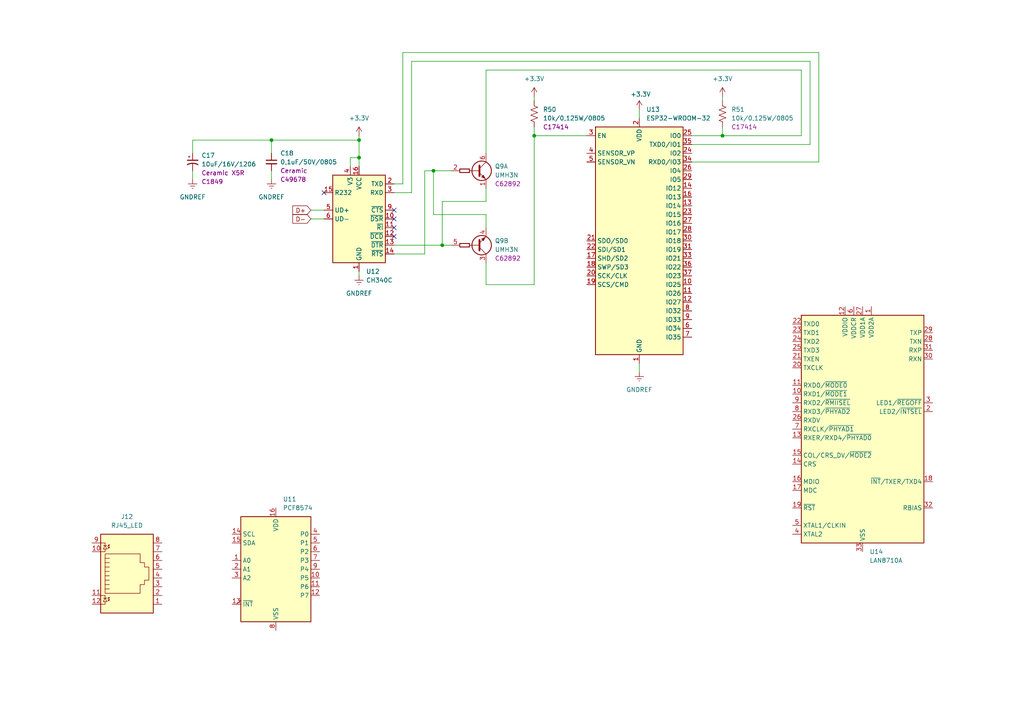
<source format=kicad_sch>
(kicad_sch (version 20211123) (generator eeschema)
  (paper "A4")
  (lib_symbols
    (symbol "Connector:RJ45_LED" (pin_names (offset 1.016))
      (property "Reference" "J" (at -5.08 13.97 0))
      (property "Value" "RJ45_LED" (at 1.27 13.97 0))
      (symbol "RJ45_LED_0_1"
        (polyline (pts (xy -7.62 -7.62) (xy -6.35 -7.62)))
        (polyline (pts (xy -7.62 -5.08) (xy -6.35 -5.08)))
        (polyline (pts (xy -7.62 7.62) (xy -6.35 7.62)))
        (polyline (pts (xy -7.62 10.16) (xy -6.35 10.16)))
        (polyline (pts (xy -6.858 -5.842) (xy -5.842 -5.842)))
        (polyline (pts (xy -6.858 9.398) (xy -5.842 9.398)))
        (polyline (pts (xy -6.35 -7.62) (xy -6.35 -6.858)))
        (polyline (pts (xy -6.35 -5.08) (xy -6.35 -5.842)))
        (polyline (pts (xy -6.35 7.62) (xy -6.35 8.382)))
        (polyline (pts (xy -6.35 10.16) (xy -6.35 9.398)))
        (polyline (pts (xy -5.08 -6.223) (xy -5.207 -6.604)))
        (polyline (pts (xy -5.08 -5.588) (xy -5.207 -5.969)))
        (polyline (pts (xy -5.08 4.445) (xy -6.35 4.445)))
        (polyline (pts (xy -5.08 5.715) (xy -6.35 5.715)))
        (polyline (pts (xy -5.08 9.017) (xy -5.207 8.636)))
        (polyline (pts (xy -5.08 9.652) (xy -5.207 9.271)))
        (polyline (pts (xy -6.35 -3.175) (xy -5.08 -3.175) (xy -5.08 -3.175)))
        (polyline (pts (xy -6.35 -1.905) (xy -5.08 -1.905) (xy -5.08 -1.905)))
        (polyline (pts (xy -6.35 -0.635) (xy -5.08 -0.635) (xy -5.08 -0.635)))
        (polyline (pts (xy -6.35 0.635) (xy -5.08 0.635) (xy -5.08 0.635)))
        (polyline (pts (xy -6.35 1.905) (xy -5.08 1.905) (xy -5.08 1.905)))
        (polyline (pts (xy -5.588 -6.731) (xy -5.08 -6.223) (xy -5.461 -6.35)))
        (polyline (pts (xy -5.588 -6.096) (xy -5.08 -5.588) (xy -5.461 -5.715)))
        (polyline (pts (xy -5.588 8.509) (xy -5.08 9.017) (xy -5.461 8.89)))
        (polyline (pts (xy -5.588 9.144) (xy -5.08 9.652) (xy -5.461 9.525)))
        (polyline (pts (xy -5.08 3.175) (xy -6.35 3.175) (xy -6.35 3.175)))
        (polyline (pts (xy -6.35 -5.842) (xy -6.858 -6.858) (xy -5.842 -6.858) (xy -6.35 -5.842)))
        (polyline (pts (xy -6.35 9.398) (xy -6.858 8.382) (xy -5.842 8.382) (xy -6.35 9.398)))
        (polyline (pts (xy -6.35 -4.445) (xy -6.35 6.985) (xy 3.81 6.985) (xy 3.81 4.445) (xy 5.08 4.445) (xy 5.08 3.175) (xy 6.35 3.175) (xy 6.35 -0.635) (xy 5.08 -0.635) (xy 5.08 -1.905) (xy 3.81 -1.905) (xy 3.81 -4.445) (xy -6.35 -4.445) (xy -6.35 -4.445)))
        (rectangle (start 7.62 12.7) (end -7.62 -10.16) (stroke (width 0.254)) (fill (type background)))
      )
      (symbol "RJ45_LED_1_1"
        (pin passive line (at 10.16 -7.62 180) (length 2.54) (name "~") (number "1"))
        (pin passive line (at -10.16 7.62 0) (length 2.54) (name "~") (number "10"))
        (pin passive line (at -10.16 -5.08 0) (length 2.54) (name "~") (number "11"))
        (pin passive line (at -10.16 -7.62 0) (length 2.54) (name "~") (number "12"))
        (pin passive line (at 10.16 -5.08 180) (length 2.54) (name "~") (number "2"))
        (pin passive line (at 10.16 -2.54 180) (length 2.54) (name "~") (number "3"))
        (pin passive line (at 10.16 0 180) (length 2.54) (name "~") (number "4"))
        (pin passive line (at 10.16 2.54 180) (length 2.54) (name "~") (number "5"))
        (pin passive line (at 10.16 5.08 180) (length 2.54) (name "~") (number "6"))
        (pin passive line (at 10.16 7.62 180) (length 2.54) (name "~") (number "7"))
        (pin passive line (at 10.16 10.16 180) (length 2.54) (name "~") (number "8"))
        (pin passive line (at -10.16 10.16 0) (length 2.54) (name "~") (number "9"))
      )
    )
    (symbol "Device:C_Polarized_Small_US" (pin_numbers hide) (pin_names (offset 0.254) hide)
      (property "Reference" "C" (at 0.254 1.778 0))
      (property "Value" "C_Polarized_Small_US" (at 0.254 -2.032 0))
      (symbol "C_Polarized_Small_US_0_1"
        (polyline (pts (xy -1.524 0.508) (xy 1.524 0.508)) (stroke (width 0.3048)))
        (polyline (pts (xy -1.27 1.524) (xy -0.762 1.524)))
        (polyline (pts (xy -1.016 1.27) (xy -1.016 1.778)))
        (arc (start 1.524 -0.762) (mid 0 -0.3734) (end -1.524 -0.762) (stroke (width 0.3048)))
      )
      (symbol "C_Polarized_Small_US_1_1"
        (pin passive line (at 0 2.54 270) (length 2.032) (name "~") (number "1"))
        (pin passive line (at 0 -2.54 90) (length 2.032) (name "~") (number "2"))
      )
    )
    (symbol "Device:C_Small" (pin_numbers hide) (pin_names (offset 0.254) hide)
      (property "Reference" "C" (at 0.254 1.778 0))
      (property "Value" "C_Small" (at 0.254 -2.032 0))
      (symbol "C_Small_0_1"
        (polyline (pts (xy -1.524 -0.508) (xy 1.524 -0.508)) (stroke (width 0.3302)))
        (polyline (pts (xy -1.524 0.508) (xy 1.524 0.508)) (stroke (width 0.3048)))
      )
      (symbol "C_Small_1_1"
        (pin passive line (at 0 2.54 270) (length 2.032) (name "~") (number "1"))
        (pin passive line (at 0 -2.54 90) (length 2.032) (name "~") (number "2"))
      )
    )
    (symbol "Device:R_US" (pin_numbers hide) (pin_names (offset 0))
      (property "Reference" "R" (at 2.54 0 90))
      (property "Value" "R_US" (at -2.54 0 90))
      (symbol "R_US_0_1"
        (polyline (pts (xy 0 -2.286) (xy 0 -2.54)))
        (polyline (pts (xy 0 2.286) (xy 0 2.54)))
        (polyline (pts (xy 0 -0.762) (xy 1.016 -1.143) (xy 0 -1.524) (xy -1.016 -1.905) (xy 0 -2.286)))
        (polyline (pts (xy 0 0.762) (xy 1.016 0.381) (xy 0 0) (xy -1.016 -0.381) (xy 0 -0.762)))
        (polyline (pts (xy 0 2.286) (xy 1.016 1.905) (xy 0 1.524) (xy -1.016 1.143) (xy 0 0.762)))
      )
      (symbol "R_US_1_1"
        (pin passive line (at 0 3.81 270) (length 1.27) (name "~") (number "1"))
        (pin passive line (at 0 -3.81 90) (length 1.27) (name "~") (number "2"))
      )
    )
    (symbol "Interface_Ethernet:LAN8710A"
      (property "Reference" "U" (at -13.97 34.29 0))
      (property "Value" "LAN8710A" (at 17.78 34.29 0))
      (symbol "LAN8710A_0_1"
        (rectangle (start -17.78 33.02) (end 17.78 -33.02) (stroke (width 0.254)) (fill (type background)))
      )
      (symbol "LAN8710A_1_1"
        (pin power_in line (at 2.54 35.56 270) (length 2.54) (name "VDD2A") (number "1"))
        (pin bidirectional line (at -20.32 10.16 0) (length 2.54) (name "RXD1/~{MODE1}") (number "10"))
        (pin bidirectional line (at -20.32 12.7 0) (length 2.54) (name "RXD0/~{MODE0}") (number "11"))
        (pin power_in line (at -5.08 35.56 270) (length 2.54) (name "VDDIO") (number "12"))
        (pin bidirectional line (at -20.32 -2.54 0) (length 2.54) (name "RXER/RXD4/~{PHYAD0}") (number "13"))
        (pin output line (at -20.32 -10.16 0) (length 2.54) (name "CRS") (number "14"))
        (pin bidirectional line (at -20.32 -7.62 0) (length 2.54) (name "COL/CRS_DV/~{MODE2}") (number "15"))
        (pin bidirectional line (at -20.32 -15.24 0) (length 2.54) (name "MDIO") (number "16"))
        (pin input line (at -20.32 -17.78 0) (length 2.54) (name "MDC") (number "17"))
        (pin bidirectional line (at 20.32 -15.24 180) (length 2.54) (name "~{INT}/TXER/TXD4") (number "18"))
        (pin input line (at -20.32 -22.86 0) (length 2.54) (name "~{RST}") (number "19"))
        (pin bidirectional line (at 20.32 5.08 180) (length 2.54) (name "LED2/~{INTSEL}") (number "2"))
        (pin output line (at -20.32 17.78 0) (length 2.54) (name "TXCLK") (number "20"))
        (pin input line (at -20.32 20.32 0) (length 2.54) (name "TXEN") (number "21"))
        (pin input line (at -20.32 30.48 0) (length 2.54) (name "TXD0") (number "22"))
        (pin input line (at -20.32 27.94 0) (length 2.54) (name "TXD1") (number "23"))
        (pin input line (at -20.32 25.4 0) (length 2.54) (name "TXD2") (number "24"))
        (pin input line (at -20.32 22.86 0) (length 2.54) (name "TXD3") (number "25"))
        (pin output line (at -20.32 2.54 0) (length 2.54) (name "RXDV") (number "26"))
        (pin power_in line (at 0 35.56 270) (length 2.54) (name "VDD1A") (number "27"))
        (pin bidirectional line (at 20.32 25.4 180) (length 2.54) (name "TXN") (number "28"))
        (pin bidirectional line (at 20.32 27.94 180) (length 2.54) (name "TXP") (number "29"))
        (pin bidirectional line (at 20.32 7.62 180) (length 2.54) (name "LED1/~{REGOFF}") (number "3"))
        (pin bidirectional line (at 20.32 20.32 180) (length 2.54) (name "RXN") (number "30"))
        (pin bidirectional line (at 20.32 22.86 180) (length 2.54) (name "RXP") (number "31"))
        (pin passive line (at 20.32 -22.86 180) (length 2.54) (name "RBIAS") (number "32"))
        (pin power_in line (at 0 -35.56 90) (length 2.54) (name "VSS") (number "33"))
        (pin output line (at -20.32 -30.48 0) (length 2.54) (name "XTAL2") (number "4"))
        (pin input line (at -20.32 -27.94 0) (length 2.54) (name "XTAL1/CLKIN") (number "5"))
        (pin power_in line (at -2.54 35.56 270) (length 2.54) (name "VDDCR") (number "6"))
        (pin bidirectional line (at -20.32 0 0) (length 2.54) (name "RXCLK/~{PHYAD1}") (number "7"))
        (pin bidirectional line (at -20.32 5.08 0) (length 2.54) (name "RXD3/~{PHYAD2}") (number "8"))
        (pin bidirectional line (at -20.32 7.62 0) (length 2.54) (name "RXD2/~{RMIISEL}") (number "9"))
      )
    )
    (symbol "Interface_Expansion:PCF8574"
      (property "Reference" "U" (at -8.89 16.51 0))
      (property "Value" "PCF8574" (at 2.54 16.51 0))
      (symbol "PCF8574_0_1"
        (rectangle (start -10.16 15.24) (end 10.16 -15.24) (stroke (width 0.254)) (fill (type background)))
      )
      (symbol "PCF8574_1_1"
        (pin input line (at -12.7 2.54 0) (length 2.54) (name "A0") (number "1"))
        (pin bidirectional line (at 12.7 -2.54 180) (length 2.54) (name "P5") (number "10"))
        (pin bidirectional line (at 12.7 -5.08 180) (length 2.54) (name "P6") (number "11"))
        (pin bidirectional line (at 12.7 -7.62 180) (length 2.54) (name "P7") (number "12"))
        (pin open_collector output_low (at -12.7 -10.16 0) (length 2.54) (name "~{INT}") (number "13"))
        (pin input line (at -12.7 10.16 0) (length 2.54) (name "SCL") (number "14"))
        (pin bidirectional line (at -12.7 7.62 0) (length 2.54) (name "SDA") (number "15"))
        (pin power_in line (at 0 17.78 270) (length 2.54) (name "VDD") (number "16"))
        (pin input line (at -12.7 0 0) (length 2.54) (name "A1") (number "2"))
        (pin input line (at -12.7 -2.54 0) (length 2.54) (name "A2") (number "3"))
        (pin bidirectional line (at 12.7 10.16 180) (length 2.54) (name "P0") (number "4"))
        (pin bidirectional line (at 12.7 7.62 180) (length 2.54) (name "P1") (number "5"))
        (pin bidirectional line (at 12.7 5.08 180) (length 2.54) (name "P2") (number "6"))
        (pin bidirectional line (at 12.7 2.54 180) (length 2.54) (name "P3") (number "7"))
        (pin power_in line (at 0 -17.78 90) (length 2.54) (name "VSS") (number "8"))
        (pin bidirectional line (at 12.7 0 180) (length 2.54) (name "P4") (number "9"))
      )
    )
    (symbol "Interface_USB:CH340C"
      (property "Reference" "U" (at -5.08 13.97 0))
      (property "Value" "CH340C" (at 1.27 13.97 0))
      (symbol "CH340C_0_1"
        (rectangle (start -7.62 12.7) (end 7.62 -12.7) (stroke (width 0.254)) (fill (type background)))
      )
      (symbol "CH340C_1_1"
        (pin power_in line (at 0 -15.24 90) (length 2.54) (name "GND") (number "1"))
        (pin input line (at 10.16 0 180) (length 2.54) (name "~{DSR}") (number "10"))
        (pin input line (at 10.16 -2.54 180) (length 2.54) (name "~{RI}") (number "11"))
        (pin input line (at 10.16 -5.08 180) (length 2.54) (name "~{DCD}") (number "12"))
        (pin output line (at 10.16 -7.62 180) (length 2.54) (name "~{DTR}") (number "13"))
        (pin output line (at 10.16 -10.16 180) (length 2.54) (name "~{RTS}") (number "14"))
        (pin input line (at -10.16 7.62 0) (length 2.54) (name "R232") (number "15"))
        (pin power_in line (at 0 15.24 270) (length 2.54) (name "VCC") (number "16"))
        (pin output line (at 10.16 10.16 180) (length 2.54) (name "TXD") (number "2"))
        (pin input line (at 10.16 7.62 180) (length 2.54) (name "RXD") (number "3"))
        (pin passive line (at -2.54 15.24 270) (length 2.54) (name "V3") (number "4"))
        (pin bidirectional line (at -10.16 2.54 0) (length 2.54) (name "UD+") (number "5"))
        (pin bidirectional line (at -10.16 0 0) (length 2.54) (name "UD-") (number "6"))
        (pin no_connect line (at -7.62 -7.62 0) (length 2.54) hide (name "NC") (number "7"))
        (pin no_connect line (at -7.62 -10.16 0) (length 2.54) hide (name "NC") (number "8"))
        (pin input line (at 10.16 2.54 180) (length 2.54) (name "~{CTS}") (number "9"))
      )
    )
    (symbol "RF_Module:ESP32-WROOM-32"
      (property "Reference" "U" (at -12.7 34.29 0))
      (property "Value" "ESP32-WROOM-32" (at 1.27 34.29 0))
      (symbol "ESP32-WROOM-32_0_1"
        (rectangle (start -12.7 33.02) (end 12.7 -33.02) (stroke (width 0.254)) (fill (type background)))
      )
      (symbol "ESP32-WROOM-32_1_1"
        (pin power_in line (at 0 -35.56 90) (length 2.54) (name "GND") (number "1"))
        (pin bidirectional line (at 15.24 -12.7 180) (length 2.54) (name "IO25") (number "10"))
        (pin bidirectional line (at 15.24 -15.24 180) (length 2.54) (name "IO26") (number "11"))
        (pin bidirectional line (at 15.24 -17.78 180) (length 2.54) (name "IO27") (number "12"))
        (pin bidirectional line (at 15.24 10.16 180) (length 2.54) (name "IO14") (number "13"))
        (pin bidirectional line (at 15.24 15.24 180) (length 2.54) (name "IO12") (number "14"))
        (pin passive line (at 0 -35.56 90) (length 2.54) hide (name "GND") (number "15"))
        (pin bidirectional line (at 15.24 12.7 180) (length 2.54) (name "IO13") (number "16"))
        (pin bidirectional line (at -15.24 -5.08 0) (length 2.54) (name "SHD/SD2") (number "17"))
        (pin bidirectional line (at -15.24 -7.62 0) (length 2.54) (name "SWP/SD3") (number "18"))
        (pin bidirectional line (at -15.24 -12.7 0) (length 2.54) (name "SCS/CMD") (number "19"))
        (pin power_in line (at 0 35.56 270) (length 2.54) (name "VDD") (number "2"))
        (pin bidirectional line (at -15.24 -10.16 0) (length 2.54) (name "SCK/CLK") (number "20"))
        (pin bidirectional line (at -15.24 0 0) (length 2.54) (name "SDO/SD0") (number "21"))
        (pin bidirectional line (at -15.24 -2.54 0) (length 2.54) (name "SDI/SD1") (number "22"))
        (pin bidirectional line (at 15.24 7.62 180) (length 2.54) (name "IO15") (number "23"))
        (pin bidirectional line (at 15.24 25.4 180) (length 2.54) (name "IO2") (number "24"))
        (pin bidirectional line (at 15.24 30.48 180) (length 2.54) (name "IO0") (number "25"))
        (pin bidirectional line (at 15.24 20.32 180) (length 2.54) (name "IO4") (number "26"))
        (pin bidirectional line (at 15.24 5.08 180) (length 2.54) (name "IO16") (number "27"))
        (pin bidirectional line (at 15.24 2.54 180) (length 2.54) (name "IO17") (number "28"))
        (pin bidirectional line (at 15.24 17.78 180) (length 2.54) (name "IO5") (number "29"))
        (pin input line (at -15.24 30.48 0) (length 2.54) (name "EN") (number "3"))
        (pin bidirectional line (at 15.24 0 180) (length 2.54) (name "IO18") (number "30"))
        (pin bidirectional line (at 15.24 -2.54 180) (length 2.54) (name "IO19") (number "31"))
        (pin no_connect line (at -12.7 -27.94 0) (length 2.54) hide (name "NC") (number "32"))
        (pin bidirectional line (at 15.24 -5.08 180) (length 2.54) (name "IO21") (number "33"))
        (pin bidirectional line (at 15.24 22.86 180) (length 2.54) (name "RXD0/IO3") (number "34"))
        (pin bidirectional line (at 15.24 27.94 180) (length 2.54) (name "TXD0/IO1") (number "35"))
        (pin bidirectional line (at 15.24 -7.62 180) (length 2.54) (name "IO22") (number "36"))
        (pin bidirectional line (at 15.24 -10.16 180) (length 2.54) (name "IO23") (number "37"))
        (pin passive line (at 0 -35.56 90) (length 2.54) hide (name "GND") (number "38"))
        (pin passive line (at 0 -35.56 90) (length 2.54) hide (name "GND") (number "39"))
        (pin input line (at -15.24 25.4 0) (length 2.54) (name "SENSOR_VP") (number "4"))
        (pin input line (at -15.24 22.86 0) (length 2.54) (name "SENSOR_VN") (number "5"))
        (pin input line (at 15.24 -25.4 180) (length 2.54) (name "IO34") (number "6"))
        (pin input line (at 15.24 -27.94 180) (length 2.54) (name "IO35") (number "7"))
        (pin bidirectional line (at 15.24 -20.32 180) (length 2.54) (name "IO32") (number "8"))
        (pin bidirectional line (at 15.24 -22.86 180) (length 2.54) (name "IO33") (number "9"))
      )
    )
    (symbol "Tales:+3.3V" (power) (pin_names (offset 0))
      (property "Value" "+3.3V" (at 0 3.556 0))
      (symbol "+3.3V_0_1"
        (polyline (pts (xy -0.762 1.27) (xy 0 2.54)))
        (polyline (pts (xy 0 0) (xy 0 2.54)))
        (polyline (pts (xy 0 2.54) (xy 0.762 1.27)))
      )
      (symbol "+3.3V_1_1"
        (pin power_in line (at 0 0 90) (length 0) hide (name "+3.3V") (number "1"))
      )
    )
    (symbol "Transistor_BJT:UMH3N" (pin_names hide)
      (property "Reference" "Q" (at 7.62 1.27 0))
      (property "Value" "UMH3N" (at 7.62 -1.27 0))
      (symbol "UMH3N_0_1"
        (polyline (pts (xy 3.175 0) (xy 0.254 0)))
        (polyline (pts (xy 3.175 0.635) (xy 5.08 2.54)))
        (polyline (pts (xy 3.175 1.524) (xy 3.175 -1.524)) (stroke (width 0.508)))
        (polyline (pts (xy 3.175 -0.635) (xy 5.08 -2.54) (xy 5.08 -2.54)))
        (polyline (pts (xy 3.81 -1.778) (xy 4.318 -1.27) (xy 4.826 -2.286) (xy 3.81 -1.778) (xy 3.81 -1.778)) (fill (type outline)))
        (rectangle (start 0.254 0.508) (end -2.54 -0.508) (stroke (width 0.254)))
        (circle (center 3.81 0) (radius 2.8194) (stroke (width 0.254)))
      )
      (symbol "UMH3N_1_1"
        (pin passive line (at 5.08 -5.08 90) (length 2.54) (name "E1") (number "1"))
        (pin input line (at -5.08 0 0) (length 2.54) (name "B1") (number "2"))
        (pin passive line (at 5.08 5.08 270) (length 2.54) (name "C1") (number "6"))
      )
      (symbol "UMH3N_2_1"
        (pin passive line (at 5.08 5.08 270) (length 2.54) (name "C2") (number "3"))
        (pin passive line (at 5.08 -5.08 90) (length 2.54) (name "E2") (number "4"))
        (pin input line (at -5.08 0 0) (length 2.54) (name "B2") (number "5"))
      )
    )
    (symbol "power:+3.3V" (power) (pin_names (offset 0))
      (property "Value" "+3.3V" (at 0 3.556 0))
      (symbol "+3.3V_0_1"
        (polyline (pts (xy -0.762 1.27) (xy 0 2.54)))
        (polyline (pts (xy 0 0) (xy 0 2.54)))
        (polyline (pts (xy 0 2.54) (xy 0.762 1.27)))
      )
      (symbol "+3.3V_1_1"
        (pin power_in line (at 0 0 90) (length 0) hide (name "+3.3V") (number "1"))
      )
    )
    (symbol "power:GNDREF" (power) (pin_names (offset 0))
      (property "Value" "GNDREF" (at 0 -3.81 0))
      (symbol "GNDREF_0_1"
        (polyline (pts (xy -0.635 -1.905) (xy 0.635 -1.905)))
        (polyline (pts (xy -0.127 -2.54) (xy 0.127 -2.54)))
        (polyline (pts (xy 0 -1.27) (xy 0 0)))
        (polyline (pts (xy 1.27 -1.27) (xy -1.27 -1.27)))
      )
      (symbol "GNDREF_1_1"
        (pin power_in line (at 0 0 270) (length 0) hide (name "GNDREF") (number "1"))
      )
    )
  )
  (junction (at 128.27 71.12))
  (junction (at 104.14 40.64))
  (junction (at 154.94 39.37))
  (junction (at 104.14 45.72))
  (junction (at 209.55 39.37))
  (junction (at 78.74 40.64))
  (junction (at 125.73 49.53))
  (no_connect (at 114.3 68.58))
  (no_connect (at 114.3 63.5))
  (no_connect (at 114.3 66.04))
  (no_connect (at 114.3 60.96))
  (no_connect (at 93.98 55.88))
  (wire (pts (xy 185.42 31.75) (xy 185.42 34.29)))
  (wire (pts (xy 101.6 45.72) (xy 104.14 45.72)))
  (wire (pts (xy 140.97 44.45) (xy 140.97 20.32)))
  (wire (pts (xy 154.94 27.94) (xy 154.94 29.21)))
  (wire (pts (xy 104.14 45.72) (xy 104.14 48.26)))
  (wire (pts (xy 116.84 15.24) (xy 237.49 15.24)))
  (wire (pts (xy 154.94 39.37) (xy 170.18 39.37)))
  (wire (pts (xy 114.3 55.88) (xy 119.38 55.88)))
  (wire (pts (xy 128.27 71.12) (xy 130.81 71.12)))
  (wire (pts (xy 119.38 55.88) (xy 119.38 17.78)))
  (wire (pts (xy 237.49 46.99) (xy 200.66 46.99)))
  (wire (pts (xy 232.41 39.37) (xy 209.55 39.37)))
  (wire (pts (xy 90.17 63.5) (xy 93.98 63.5)))
  (wire (pts (xy 140.97 58.42) (xy 128.27 58.42)))
  (wire (pts (xy 104.14 40.64) (xy 104.14 45.72)))
  (wire (pts (xy 125.73 49.53) (xy 130.81 49.53)))
  (wire (pts (xy 101.6 48.26) (xy 101.6 45.72)))
  (wire (pts (xy 140.97 82.55) (xy 154.94 82.55)))
  (wire (pts (xy 234.95 17.78) (xy 234.95 41.91)))
  (wire (pts (xy 116.84 53.34) (xy 116.84 15.24)))
  (wire (pts (xy 104.14 78.74) (xy 104.14 80.01)))
  (wire (pts (xy 140.97 54.61) (xy 140.97 58.42)))
  (wire (pts (xy 90.17 60.96) (xy 93.98 60.96)))
  (wire (pts (xy 114.3 71.12) (xy 128.27 71.12)))
  (wire (pts (xy 114.3 73.66) (xy 123.19 73.66)))
  (wire (pts (xy 114.3 53.34) (xy 116.84 53.34)))
  (wire (pts (xy 55.88 40.64) (xy 78.74 40.64)))
  (wire (pts (xy 78.74 40.64) (xy 78.74 44.45)))
  (wire (pts (xy 140.97 20.32) (xy 232.41 20.32)))
  (wire (pts (xy 119.38 17.78) (xy 234.95 17.78)))
  (wire (pts (xy 123.19 49.53) (xy 125.73 49.53)))
  (wire (pts (xy 209.55 36.83) (xy 209.55 39.37)))
  (wire (pts (xy 232.41 20.32) (xy 232.41 39.37)))
  (wire (pts (xy 154.94 82.55) (xy 154.94 39.37)))
  (wire (pts (xy 125.73 49.53) (xy 125.73 62.23)))
  (wire (pts (xy 55.88 49.53) (xy 55.88 52.07)))
  (wire (pts (xy 55.88 44.45) (xy 55.88 40.64)))
  (wire (pts (xy 140.97 76.2) (xy 140.97 82.55)))
  (wire (pts (xy 123.19 73.66) (xy 123.19 49.53)))
  (wire (pts (xy 78.74 49.53) (xy 78.74 52.07)))
  (wire (pts (xy 104.14 39.37) (xy 104.14 40.64)))
  (wire (pts (xy 154.94 36.83) (xy 154.94 39.37)))
  (wire (pts (xy 185.42 105.41) (xy 185.42 107.95)))
  (wire (pts (xy 209.55 39.37) (xy 200.66 39.37)))
  (wire (pts (xy 140.97 62.23) (xy 125.73 62.23)))
  (wire (pts (xy 237.49 15.24) (xy 237.49 46.99)))
  (wire (pts (xy 78.74 40.64) (xy 104.14 40.64)))
  (wire (pts (xy 140.97 66.04) (xy 140.97 62.23)))
  (wire (pts (xy 209.55 27.94) (xy 209.55 29.21)))
  (wire (pts (xy 128.27 58.42) (xy 128.27 71.12)))
  (wire (pts (xy 234.95 41.91) (xy 200.66 41.91)))
  (global_label "D+" (shape input) (at 90.17 60.96 180) (property "Intersheet References" "${INTERSHEET_REFS}" (effects hide)))
  (global_label "D-" (shape input) (at 90.17 63.5 180) (property "Intersheet References" "${INTERSHEET_REFS}" (effects hide)))
  (symbol (lib_id "RF_Module:ESP32-WROOM-32") (at 185.42 69.85 0) (unit 1)
    (property "Reference" "U13" (at 187.4394 31.75 0) (effects (justify left)))
    (property "Value" "ESP32-WROOM-32" (at 187.4394 34.29 0) (effects (justify left)))
    (property "Footprint" "RF_Module:ESP32-WROOM-32" (effects hide))
    (property "Datasheet" "https://www.espressif.com/sites/default/files/documentation/esp32-wroom-32_datasheet_en.pdf" (effects hide))
  )
  (symbol (lib_id "power:GNDREF") (at 104.14 80.01 0) (unit 1)
    (property "Reference" "#PWR071" (effects hide))
    (property "Value" "GNDREF" (at 104.14 85.09 0))
  )
  (symbol (lib_id "Connector:RJ45_LED") (at 36.83 167.64 0) (unit 1)
    (property "Reference" "J12" (at 36.83 149.86 0))
    (property "Value" "RJ45_LED" (at 36.83 152.4 0))
    (property "Footprint" "Connector_RJ:RJ45_Amphenol_RJHSE538X" (effects hide))
  )
  (symbol (lib_id "power:+3.3V") (at 209.55 27.94 0) (unit 1)
    (property "Reference" "#PWR075" (effects hide))
    (property "Value" "+3.3V" (at 209.55 22.86 0))
  )
  (symbol (lib_id "power:GNDREF") (at 185.42 107.95 0) (unit 1)
    (property "Reference" "#PWR074" (effects hide))
    (property "Value" "GNDREF" (at 185.42 113.03 0))
  )
  (symbol (lib_id "Transistor_BJT:UMH3N") (at 135.89 49.53 0) (unit 1)
    (property "Reference" "Q9" (at 143.51 48.2599 0) (effects (justify left)))
    (property "Value" "UMH3N" (at 143.51 50.7999 0) (effects (justify left)))
    (property "Footprint" "Package_TO_SOT_SMD:SOT-363_SC-70-6" (effects hide))
    (property "Datasheet" "http://rohmfs.rohm.com/en/products/databook/datasheet/discrete/transistor/digital/emh3t2r-e.pdf" (effects hide))
    (property "JLCPCB BOM" "1" (effects hide))
    (property "LCSC Part #" "C62892" (at 143.51 53.34 0) (effects (justify left)))
    (property "Vendor" "JLCPCB" (effects hide))
    (property "Vendor PN" "C62892" (effects hide))
    (property "Case" "SOT-363" (effects hide))
    (property "Mfr" "Jiangsu" (effects hide))
    (property "Mfr PN" "UMH3N" (effects hide))
  )
  (symbol (lib_id "Device:C_Polarized_Small_US") (at 55.88 46.99 0) (unit 1)
    (property "Reference" "C17" (at 58.42 45.085 0) (effects (justify left)))
    (property "Value" "10uF/16V/1206" (at 58.42 47.625 0) (effects (justify left)))
    (property "Footprint" "Tales:C_1206_3216Metric" (effects hide))
    (property "Mfr" "Samsung" (effects hide))
    (property "Mfr PN" "CL31A106KOHNNNE" (effects hide))
    (property "JLCPCB BOM" "1" (effects hide))
    (property "LCSC Part #" "C1849" (at 58.42 52.705 0) (effects (justify left)))
    (property "Technology" "Ceramic X5R" (at 58.42 50.165 0) (effects (justify left)))
    (property "Vendor" "JLCPCB" (effects hide))
    (property "Vendor PN" "C1849" (effects hide))
    (property "Case" "1206/3216" (effects hide))
  )
  (symbol (lib_id "Device:R_US") (at 209.55 33.02 0) (unit 1)
    (property "Reference" "R51" (at 212.09 31.75 0) (effects (justify left)))
    (property "Value" "10k/0,125W/0805" (at 212.09 34.29 0) (effects (justify left)))
    (property "Footprint" "Tales:R_0805_2012Metric" (effects hide))
    (property "Case" "0805/2012" (effects hide))
    (property "Mfr" "Uniroyal" (effects hide))
    (property "Vendor" "JLCPCB" (effects hide))
    (property "Mfr PN" "0805W8F3301T5E" (effects hide))
    (property "Vendor PN" "C26010" (effects hide))
    (property "LCSC Part #" "C17414" (at 212.09 36.83 0) (effects (justify left)))
    (property "JLCPCB BOM" "1" (effects hide))
  )
  (symbol (lib_id "Tales:+3.3V") (at 185.42 31.75 0) (unit 1)
    (property "Reference" "#PWR073" (effects hide))
    (property "Value" "+3.3V" (at 185.801 27.3558 0))
  )
  (symbol (lib_id "power:+3.3V") (at 154.94 27.94 0) (unit 1)
    (property "Reference" "#PWR072" (effects hide))
    (property "Value" "+3.3V" (at 154.94 22.86 0))
  )
  (symbol (lib_id "Interface_USB:CH340C") (at 104.14 63.5 0) (unit 1)
    (property "Reference" "U12" (at 106.1594 78.74 0) (effects (justify left)))
    (property "Value" "CH340C" (at 106.1594 81.28 0) (effects (justify left)))
    (property "Footprint" "Package_SO:SOIC-16_3.9x9.9mm_P1.27mm" (effects hide))
    (property "Datasheet" "https://datasheet.lcsc.com/szlcsc/Jiangsu-Qin-Heng-CH340C_C84681.pdf" (effects hide))
  )
  (symbol (lib_id "power:GNDREF") (at 78.74 52.07 0) (unit 1)
    (property "Reference" "#PWR069" (effects hide))
    (property "Value" "GNDREF" (at 78.74 57.15 0))
  )
  (symbol (lib_id "power:+3.3V") (at 104.14 39.37 0) (unit 1)
    (property "Reference" "#PWR070" (effects hide))
    (property "Value" "+3.3V" (at 104.14 34.29 0))
  )
  (symbol (lib_id "Device:C_Small") (at 78.74 46.99 0) (unit 1)
    (property "Reference" "C18" (at 81.28 44.45 0) (effects (justify left)))
    (property "Value" "0,1uF/50V/0805" (at 81.28 46.99 0) (effects (justify left)))
    (property "Footprint" "Tales:C_0805_2012Metric" (effects hide))
    (property "Technology" "Ceramic" (at 81.28 49.53 0) (effects (justify left)))
    (property "Case" "0805/2012" (effects hide))
    (property "Mfr" "Yageo" (effects hide))
    (property "Mfr PN" "CC0805KRX7R9BB104" (effects hide))
    (property "Vendor" "JLCPCB" (effects hide))
    (property "Vendor PN" "C49678" (effects hide))
    (property "LCSC Part #" "C49678" (at 81.28 52.07 0) (effects (justify left)))
    (property "JLCPCB BOM" "1" (effects hide))
  )
  (symbol (lib_id "Interface_Ethernet:LAN8710A") (at 250.19 124.46 0) (unit 1)
    (property "Reference" "U14" (at 252.2094 160.02 0) (effects (justify left)))
    (property "Value" "LAN8710A" (at 252.2094 162.56 0) (effects (justify left)))
    (property "Footprint" "Package_DFN_QFN:QFN-32-1EP_5x5mm_P0.5mm_EP3.3x3.3mm_ThermalVias" (effects hide))
    (property "Datasheet" "http://ww1.microchip.com/downloads/en/DeviceDoc/8710a.pdf" (effects hide))
  )
  (symbol (lib_id "Transistor_BJT:UMH3N") (at 135.89 71.12 0) (mirror x) (unit 2)
    (property "Reference" "Q9" (at 143.51 69.8499 0) (effects (justify left)))
    (property "Value" "UMH3N" (at 143.51 72.3899 0) (effects (justify left)))
    (property "Footprint" "Package_TO_SOT_SMD:SOT-363_SC-70-6" (effects hide))
    (property "Datasheet" "http://rohmfs.rohm.com/en/products/databook/datasheet/discrete/transistor/digital/emh3t2r-e.pdf" (effects hide))
    (property "JLCPCB BOM" "1" (effects hide))
    (property "LCSC Part #" "C62892" (at 143.51 74.93 0) (effects (justify left)))
    (property "Vendor" "JLCPCB" (effects hide))
    (property "Vendor PN" "C62892" (effects hide))
    (property "Case" "SOT-363" (effects hide))
    (property "Mfr" "Jiangsu" (effects hide))
    (property "Mfr PN" "UMH3N" (effects hide))
  )
  (symbol (lib_id "Device:R_US") (at 154.94 33.02 0) (unit 1)
    (property "Reference" "R50" (at 157.48 31.75 0) (effects (justify left)))
    (property "Value" "10k/0,125W/0805" (at 157.48 34.29 0) (effects (justify left)))
    (property "Footprint" "Tales:R_0805_2012Metric" (effects hide))
    (property "Case" "0805/2012" (effects hide))
    (property "Mfr" "Uniroyal" (effects hide))
    (property "Vendor" "JLCPCB" (effects hide))
    (property "Mfr PN" "0805W8F3301T5E" (effects hide))
    (property "Vendor PN" "C26010" (effects hide))
    (property "LCSC Part #" "C17414" (at 157.48 36.83 0) (effects (justify left)))
    (property "JLCPCB BOM" "1" (effects hide))
  )
  (symbol (lib_id "Interface_Expansion:PCF8574") (at 80.01 165.1 0) (unit 1)
    (property "Reference" "U11" (at 82.0294 144.78 0) (effects (justify left)))
    (property "Value" "PCF8574" (at 82.0294 147.32 0) (effects (justify left)))
    (property "Footprint" "Tales:SO-16_7.5x10.3mm_P1.27mm" (effects hide))
    (property "Datasheet" "http://www.nxp.com/documents/data_sheet/PCF8574_PCF8574A.pdf" (effects hide))
  )
  (symbol (lib_id "power:GNDREF") (at 55.88 52.07 0) (unit 1)
    (property "Reference" "#PWR068" (effects hide))
    (property "Value" "GNDREF" (at 55.88 57.15 0))
  )
)
</source>
